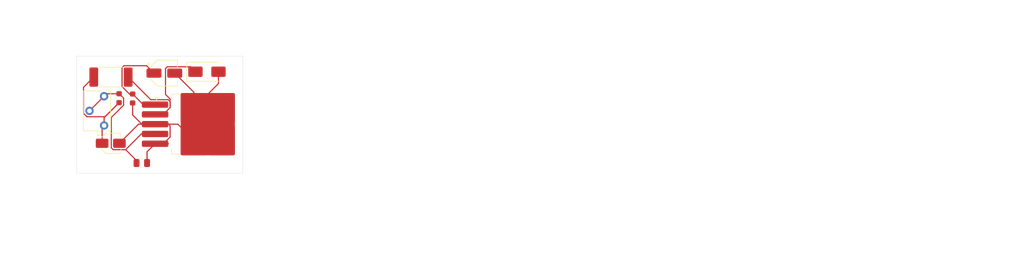
<source format=kicad_pcb>
(kicad_pcb (version 20240108) (generator "pcbnew") (generator_version "8.0")
  (title_block (title "Módulo LM2596") (date "2024-04-21") (rev "JORGE LUIS ESTRADA") (company "UNIVERSIDAD CATOLICA BOLIVIANA"))
  (layers (0 "F.Cu" signal) (31 "B.Cu" signal) (34 "B.Paste" user) (35 "F.Paste" user) (36 "B.SilkS" user "B.Silkscreen") (37 "F.SilkS" user "F.Silkscreen") (38 "B.Mask" user) (39 "F.Mask" user) (44 "Edge.Cuts" user))
  (net 0 "")
  (net 1 "Net-(U1-VIN)")
  (net 2 "Net-(D2-A)")
  (net 3 "Net-(C2-Pad2)")
  (net 4 "Net-(U1-FB)")
  (net 5 "Net-(D2-K)")
  (footprint "Potentiometer_THT:Potentiometer_Bourns_3266W_Vertical" (layer "F.Cu") (at 53.055 69.125 -90)
    (property "Reference" "RV1" (hide yes))
    (property "Value" "R_Potentiometer" (hide yes))
    (fp_line (start -6.015 3.6) (end 0.935 3.6) (stroke (width 0.12)) (layer "F.SilkS"))
    (fp_line (start -6.015 0.495) (end -6.015 3.6) (stroke (width 0.12)) (layer "F.SilkS"))
    (fp_line (start 0.935 0.495) (end 0.935 3.6) (stroke (width 0.12)) (layer "F.SilkS"))
    (fp_line (start -6.015 -1.14) (end -6.015 -0.495) (stroke (width 0.12)) (layer "F.SilkS"))
    (fp_line (start -6.015 -1.14) (end 0.935 -1.14) (stroke (width 0.12)) (layer "F.SilkS"))
    (fp_line (start 0.935 -1.14) (end 0.935 -0.495) (stroke (width 0.12)) (layer "F.SilkS"))
    (pad "1" thru_hole circle (at 0 0 270) (size 1.44 1.44) (drill 0.8) (layers "*.Cu" "*.Mask") (net 3 "Net-(C2-Pad2)"))
    (pad "2" thru_hole circle (at -2.54 2.54 270) (size 1.44 1.44) (drill 0.8) (layers "*.Cu" "*.Mask") (net 4 "Net-(U1-FB)"))
    (pad "3" thru_hole circle (at -5.08 0 270) (size 1.44 1.44) (drill 0.8) (layers "*.Cu" "*.Mask") (net 4 "Net-(U1-FB)"))
  )
  (footprint "Diode_SMD:D_SMA" (layer "F.Cu") (at 70.92 59.79)
    (property "Reference" "D2" (hide yes))
    (property "Value" "SS36" (hide yes))
    (fp_line (start -3.51 -1.65) (end -3.51 1.65) (stroke (width 0.12)) (layer "F.SilkS"))
    (fp_line (start -3.51 -1.65) (end 2 -1.65) (stroke (width 0.12)) (layer "F.SilkS"))
    (fp_line (start -3.51 1.65) (end 2 1.65) (stroke (width 0.12)) (layer "F.SilkS"))
    (pad "1" smd roundrect (at -2 0) (size 2.5 1.8) (layers "F.Cu" "F.Paste" "F.Mask") (roundrect_rratio 0.1388888889) (net 5 "Net-(D2-K)"))
    (pad "2" smd roundrect (at 2 0) (size 2.5 1.8) (layers "F.Cu" "F.Paste" "F.Mask") (roundrect_rratio 0.1388888889) (net 2 "Net-(D2-A)"))
  )
  (footprint "Capacitor_SMD:C_0603_1608Metric" (layer "F.Cu") (at 58.01 64.435 -90)
    (property "Reference" "C1" (hide yes))
    (property "Value" "C" (hide yes))
    (fp_line (start -0.14058 0.51) (end 0.14058 0.51) (stroke (width 0.12)) (layer "F.SilkS"))
    (fp_line (start -0.14058 -0.51) (end 0.14058 -0.51) (stroke (width 0.12)) (layer "F.SilkS"))
    (pad "1" smd roundrect (at -0.775 0 270) (size 0.9 0.95) (layers "F.Cu" "F.Paste" "F.Mask") (net 1 "Net-(U1-VIN)"))
    (pad "2" smd roundrect (at 0.775 0 270) (size 0.9 0.95) (layers "F.Cu" "F.Paste" "F.Mask") (net 2 "Net-(D2-A)"))
  )
  (footprint "Package_TO_SOT_SMD:TO-263-5_TabPin3" (layer "F.Cu") (at 69.565 68.895)
    (property "Reference" "U1" (hide yes))
    (property "Value" "LM2596S-5" (hide yes))
    (fp_line (start -4.825 -5.2) (end -4.825 -4.25) (stroke (width 0.12)) (layer "F.SilkS"))
    (fp_line (start -4.825 5.2) (end -4.825 4.25) (stroke (width 0.12)) (layer "F.SilkS"))
    (fp_line (start -3.325 -5.2) (end -4.825 -5.2) (stroke (width 0.12)) (layer "F.SilkS"))
    (fp_line (start -3.325 5.2) (end -4.825 5.2) (stroke (width 0.12)) (layer "F.SilkS"))
    (fp_poly (pts (xy -7.3875 -4.25) (xy -7.6275 -4.58) (xy -7.1475 -4.58) (xy -7.3875 -4.25)) (stroke (width 0.12)) (fill solid) (layer "F.SilkS"))
    (pad "1" smd roundrect (at -7.65 -3.4) (size 4.6 1.1) (layers "F.Cu" "F.Paste" "F.Mask") (roundrect_rratio 0.227273) (net 1 "Net-(U1-VIN)"))
    (pad "2" smd roundrect (at -7.65 -1.7) (size 4.6 1.1) (layers "F.Cu" "F.Paste" "F.Mask") (roundrect_rratio 0.227273) (net 5 "Net-(D2-K)"))
    (pad "3" smd roundrect (at -7.65 0) (size 4.6 1.1) (layers "F.Cu" "F.Paste" "F.Mask") (roundrect_rratio 0.227273) (net 2 "Net-(D2-A)"))
    (pad "3" smd roundrect (at -0.925 -2.775) (size 4.55 5.25) (layers "F.Cu" "F.Paste") (roundrect_rratio 0.054945) (net 2 "Net-(D2-A)"))
    (pad "3" smd roundrect (at -0.925 2.775) (size 4.55 5.25) (layers "F.Cu" "F.Paste") (roundrect_rratio 0.054945) (net 2 "Net-(D2-A)"))
    (pad "3" smd roundrect (at 1.5 0) (size 9.4 10.8) (layers "F.Cu" "F.Mask") (roundrect_rratio 0.026596) (net 2 "Net-(D2-A)"))
    (pad "3" smd roundrect (at 3.925 -2.775) (size 4.55 5.25) (layers "F.Cu" "F.Paste") (roundrect_rratio 0.054945) (net 2 "Net-(D2-A)"))
    (pad "3" smd roundrect (at 3.925 2.775) (size 4.55 5.25) (layers "F.Cu" "F.Paste") (roundrect_rratio 0.054945) (net 2 "Net-(D2-A)"))
    (pad "4" smd roundrect (at -7.65 1.7) (size 4.6 1.1) (layers "F.Cu" "F.Paste" "F.Mask") (roundrect_rratio 0.227273) (net 4 "Net-(U1-FB)"))
    (pad "5" smd roundrect (at -7.65 3.4) (size 4.6 1.1) (layers "F.Cu" "F.Paste" "F.Mask") (roundrect_rratio 0.227273) (net 2 "Net-(D2-A)"))
  )
  (footprint "Capacitor_SMD:C_0603_1608Metric" (layer "F.Cu") (at 55.66 64.385 -90)
    (property "Reference" "C2" (hide yes))
    (property "Value" "C" (hide yes))
    (fp_line (start -0.14058 0.51) (end 0.14058 0.51) (stroke (width 0.12)) (layer "F.SilkS"))
    (fp_line (start -0.14058 -0.51) (end 0.14058 -0.51) (stroke (width 0.12)) (layer "F.SilkS"))
    (pad "1" smd roundrect (at -0.775 0 270) (size 0.9 0.95) (layers "F.Cu" "F.Paste" "F.Mask") (net 4 "Net-(U1-FB)"))
    (pad "2" smd roundrect (at 0.775 0 270) (size 0.9 0.95) (layers "F.Cu" "F.Paste" "F.Mask") (net 3 "Net-(C2-Pad2)"))
  )
  (footprint "Resistor_SMD:R_0805_2012Metric" (layer "F.Cu") (at 59.6025 75.64)
    (property "Reference" "R1" (hide yes))
    (property "Value" "R" (hide yes))
    (fp_line (start -0.227064 -0.735) (end 0.227064 -0.735) (stroke (width 0.12)) (layer "F.SilkS"))
    (fp_line (start -0.227064 0.735) (end 0.227064 0.735) (stroke (width 0.12)) (layer "F.SilkS"))
    (pad "1" smd roundrect (at -0.9125 0) (size 1.025 1.4) (layers "F.Cu" "F.Paste" "F.Mask") (roundrect_rratio 0.243902) (net 4 "Net-(U1-FB)"))
    (pad "2" smd roundrect (at 0.9125 0) (size 1.025 1.4) (layers "F.Cu" "F.Paste" "F.Mask") (roundrect_rratio 0.243902) (net 2 "Net-(D2-A)"))
  )
  (footprint "Capacitor_SMD:CP_Elec_3x5.4" (layer "F.Cu") (at 54.21 72.22)
    (property "Reference" "C3" (hide yes))
    (property "Value" "C_Polarized_Small_US" (hide yes))
    (fp_line (start -2.375 -1.435) (end -2 -1.435) (stroke (width 0.12)) (layer "F.SilkS"))
    (fp_line (start -2.1875 -1.6225) (end -2.1875 -1.2475) (stroke (width 0.12)) (layer "F.SilkS"))
    (fp_line (start -1.570563 -1.06) (end -0.870563 -1.76) (stroke (width 0.12)) (layer "F.SilkS"))
    (fp_line (start -1.570563 1.06) (end -0.870563 1.76) (stroke (width 0.12)) (layer "F.SilkS"))
    (fp_line (start -0.870563 -1.76) (end 1.76 -1.76) (stroke (width 0.12)) (layer "F.SilkS"))
    (fp_line (start -0.870563 1.76) (end 1.76 1.76) (stroke (width 0.12)) (layer "F.SilkS"))
    (fp_line (start 1.76 -1.76) (end 1.76 -1.06) (stroke (width 0.12)) (layer "F.SilkS"))
    (fp_line (start 1.76 1.76) (end 1.76 1.06) (stroke (width 0.12)) (layer "F.SilkS"))
    (pad "1" smd roundrect (at -1.5 0) (size 2.2 1.6) (layers "F.Cu" "F.Paste" "F.Mask") (roundrect_rratio 0.15625) (net 3 "Net-(C2-Pad2)"))
    (pad "2" smd roundrect (at 1.5 0) (size 2.2 1.6) (layers "F.Cu" "F.Paste" "F.Mask") (roundrect_rratio 0.15625) (net 2 "Net-(D2-A)"))
  )
  (footprint "Inductor_SMD:L_2512_6332Metric_Pad1.52x3.35mm_HandSolder" (layer "F.Cu") (at 54.2475 60.72 180)
    (property "Reference" "L1" (hide yes))
    (property "Value" "L" (hide yes))
    (fp_line (start -2.052064 1.71) (end 2.052064 1.71) (stroke (width 0.12)) (layer "F.SilkS"))
    (fp_line (start -2.052064 -1.71) (end 2.052064 -1.71) (stroke (width 0.12)) (layer "F.SilkS"))
    (pad "1" smd roundrect (at -2.9875 0 180) (size 1.525 3.35) (layers "F.Cu" "F.Paste" "F.Mask") (roundrect_rratio 0.163934) (net 5 "Net-(D2-K)"))
    (pad "2" smd roundrect (at 2.9875 0 180) (size 1.525 3.35) (layers "F.Cu" "F.Paste" "F.Mask") (roundrect_rratio 0.163934) (net 3 "Net-(C2-Pad2)"))
  )
  (footprint "Capacitor_SMD:CP_Elec_4x3" (layer "F.Cu") (at 63.52 60.03)
    (property "Reference" "C4" (hide yes))
    (property "Value" "~")
    (fp_line (start -3 -1.56) (end -2.5 -1.56) (stroke (width 0.12)) (layer "F.SilkS"))
    (fp_line (start -2.75 -1.81) (end -2.75 -1.31) (stroke (width 0.12)) (layer "F.SilkS"))
    (fp_line (start -2.26 -1.195563) (end -2.26 -1.06) (stroke (width 0.12)) (layer "F.SilkS"))
    (fp_line (start -2.26 -1.195563) (end -1.195563 -2.26) (stroke (width 0.12)) (layer "F.SilkS"))
    (fp_line (start -2.26 1.195563) (end -2.26 1.06) (stroke (width 0.12)) (layer "F.SilkS"))
    (fp_line (start -2.26 1.195563) (end -1.195563 2.26) (stroke (width 0.12)) (layer "F.SilkS"))
    (fp_line (start -1.195563 -2.26) (end 2.26 -2.26) (stroke (width 0.12)) (layer "F.SilkS"))
    (fp_line (start -1.195563 2.26) (end 2.26 2.26) (stroke (width 0.12)) (layer "F.SilkS"))
    (fp_line (start 2.26 -2.26) (end 2.26 -1.06) (stroke (width 0.12)) (layer "F.SilkS"))
    (fp_line (start 2.26 2.26) (end 2.26 1.06) (stroke (width 0.12)) (layer "F.SilkS"))
    (pad "1" smd roundrect (at -1.8 0) (size 2.6 1.6) (layers "F.Cu" "F.Paste" "F.Mask") (roundrect_rratio 0.15625) (net 1 "Net-(U1-VIN)"))
    (pad "2" smd roundrect (at 1.8 0) (size 2.6 1.6) (layers "F.Cu" "F.Paste" "F.Mask") (roundrect_rratio 0.15625) (net 2 "Net-(D2-A)"))
  )
  (gr_rect (start 48.3 57.07) (end 77.14 77.44) (stroke (width 0.05)) (fill none) (layer "Edge.Cuts"))
  (segment (start 60.435 58.745) (end 61.72 60.03) (width 0.2) (layer "F.Cu") (net 1))
  (segment (start 61.915 65.495) (end 59.845 65.495) (width 0.2) (layer "F.Cu") (net 1))
  (segment (start 56.1725 62.379744) (end 56.1725 59.060256) (width 0.2) (layer "F.Cu") (net 1))
  (segment (start 57.452756 63.66) (end 56.1725 62.379744) (width 0.2) (layer "F.Cu") (net 1))
  (segment (start 56.1725 59.060256) (end 56.487756 58.745) (width 0.2) (layer "F.Cu") (net 1))
  (segment (start 56.487756 58.745) (end 60.435 58.745) (width 0.2) (layer "F.Cu") (net 1))
  (segment (start 59.845 65.495) (end 58.01 63.66) (width 0.2) (layer "F.Cu") (net 1))
  (segment (start 58.01 63.66) (end 57.452756 63.66) (width 0.2) (layer "F.Cu") (net 1))
  (segment (start 72.92 61.84) (end 68.64 66.12) (width 0.2) (layer "F.Cu") (net 2))
  (segment (start 65.32 60.03) (end 68.64 63.35) (width 0.2) (layer "F.Cu") (net 2))
  (segment (start 59.035 68.895) (end 55.71 72.22) (width 0.2) (layer "F.Cu") (net 2))
  (segment (start 63.349744 72.295) (end 61.915 72.295) (width 0.2) (layer "F.Cu") (net 2))
  (segment (start 64.215 68.895) (end 64.515 69.195) (width 0.2) (layer "F.Cu") (net 2))
  (segment (start 61.915 72.295) (end 64.215 72.295) (width 0.2) (layer "F.Cu") (net 2))
  (segment (start 58.01 67.29) (end 58.01 65.21) (width 0.2) (layer "F.Cu") (net 2))
  (segment (start 59.615 68.895) (end 58.01 67.29) (width 0.2) (layer "F.Cu") (net 2))
  (segment (start 68.64 71.67) (end 68.64 72.12) (width 0.2) (layer "F.Cu") (net 2))
  (segment (start 64.515 71.129744) (end 63.349744 72.295) (width 0.2) (layer "F.Cu") (net 2))
  (segment (start 61.915 68.895) (end 59.615 68.895) (width 0.2) (layer "F.Cu") (net 2))
  (segment (start 60.515 75.64) (end 60.515 73.695) (width 0.2) (layer "F.Cu") (net 2))
  (segment (start 61.915 68.895) (end 64.215 68.895) (width 0.2) (layer "F.Cu") (net 2))
  (segment (start 64.515 69.195) (end 64.515 71.129744) (width 0.2) (layer "F.Cu") (net 2))
  (segment (start 72.92 59.79) (end 72.92 61.84) (width 0.2) (layer "F.Cu") (net 2))
  (segment (start 60.515 73.695) (end 61.915 72.295) (width 0.2) (layer "F.Cu") (net 2))
  (segment (start 68.64 63.35) (end 68.64 66.12) (width 0.2) (layer "F.Cu") (net 2))
  (segment (start 68.64 71.67) (end 65.865 68.895) (width 0.2) (layer "F.Cu") (net 2))
  (segment (start 65.865 68.895) (end 61.915 68.895) (width 0.2) (layer "F.Cu") (net 2))
  (segment (start 61.915 68.895) (end 59.035 68.895) (width 0.2) (layer "F.Cu") (net 2))
  (segment (start 55.66 65.16) (end 53.215 67.605) (width 0.2) (layer "F.Cu") (net 3))
  (segment (start 49.48 62.5) (end 51.26 60.72) (width 0.2) (layer "F.Cu") (net 3))
  (segment (start 49.48 67.02) (end 49.48 62.5) (width 0.2) (layer "F.Cu") (net 3))
  (segment (start 55.66 65.16) (end 53.055 67.765) (width 0.2) (layer "F.Cu") (net 3))
  (segment (start 53.055 67.765) (end 53.055 69.125) (width 0.2) (layer "F.Cu") (net 3))
  (segment (start 52.71 69.47) (end 53.055 69.125) (width 0.2) (layer "F.Cu") (net 3))
  (segment (start 52.71 72.22) (end 52.71 69.47) (width 0.2) (layer "F.Cu") (net 3))
  (segment (start 50.065 67.605) (end 49.48 67.02) (width 0.2) (layer "F.Cu") (net 3))
  (segment (start 53.215 67.605) (end 50.065 67.605) (width 0.2) (layer "F.Cu") (net 3))
  (segment (start 53.49 63.61) (end 53.055 64.045) (width 0.2) (layer "F.Cu") (net 4))
  (segment (start 61.915 70.595) (end 59.519744 70.595) (width 0.2) (layer "F.Cu") (net 4))
  (segment (start 53.055 64.045) (end 50.515 66.585) (width 0.2) (layer "F.Cu") (net 4))
  (segment (start 54.625256 73.32) (end 54.31 73.004744) (width 0.2) (layer "F.Cu") (net 4))
  (segment (start 55.66 63.61) (end 53.49 63.61) (width 0.2) (layer "F.Cu") (net 4))
  (segment (start 54.31 67.733696) (end 56.44 65.603696) (width 0.2) (layer "F.Cu") (net 4))
  (segment (start 59.519744 70.595) (end 56.794744 73.32) (width 0.2) (layer "F.Cu") (net 4))
  (segment (start 58.69 75.215256) (end 56.794744 73.32) (width 0.2) (layer "F.Cu") (net 4))
  (segment (start 58.69 75.64) (end 58.69 75.215256) (width 0.2) (layer "F.Cu") (net 4))
  (segment (start 56.44 65.603696) (end 56.44 64.39) (width 0.2) (layer "F.Cu") (net 4))
  (segment (start 54.31 73.004744) (end 54.31 67.733696) (width 0.2) (layer "F.Cu") (net 4))
  (segment (start 56.44 64.39) (end 55.66 63.61) (width 0.2) (layer "F.Cu") (net 4))
  (segment (start 56.794744 73.32) (end 54.625256 73.32) (width 0.2) (layer "F.Cu") (net 4))
  (segment (start 68.06 58.93) (end 64.035256 58.93) (width 0.2) (layer "F.Cu") (net 5))
  (segment (start 63.349744 67.195) (end 61.915 67.195) (width 0.2) (layer "F.Cu") (net 5))
  (segment (start 57.235 60.72) (end 61.16 64.645) (width 0.2) (layer "F.Cu") (net 5))
  (segment (start 63.72 59.245256) (end 63.72 63.725) (width 0.2) (layer "F.Cu") (net 5))
  (segment (start 64.515 64.960256) (end 64.515 66.029744) (width 0.2) (layer "F.Cu") (net 5))
  (segment (start 64.515 64.52) (end 64.515 66.029744) (width 0.2) (layer "F.Cu") (net 5))
  (segment (start 61.16 64.645) (end 64.199744 64.645) (width 0.2) (layer "F.Cu") (net 5))
  (segment (start 64.515 66.029744) (end 63.349744 67.195) (width 0.2) (layer "F.Cu") (net 5))
  (segment (start 63.72 63.725) (end 64.515 64.52) (width 0.2) (layer "F.Cu") (net 5))
  (segment (start 64.199744 64.645) (end 64.515 64.960256) (width 0.2) (layer "F.Cu") (net 5))
  (segment (start 68.92 59.79) (end 68.06 58.93) (width 0.2) (layer "F.Cu") (net 5))
  (segment (start 64.035256 58.93) (end 63.72 59.245256) (width 0.2) (layer "F.Cu") (net 5))
)
</source>
